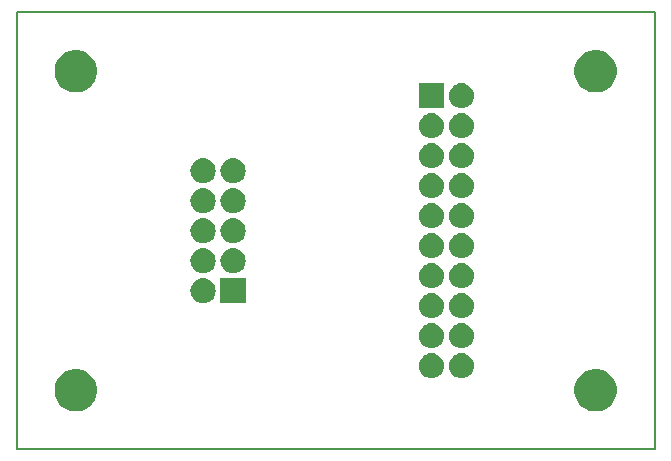
<source format=gbr>
G04 #@! TF.GenerationSoftware,KiCad,Pcbnew,5.0.1-33cea8e~68~ubuntu18.04.1*
G04 #@! TF.CreationDate,2018-10-27T22:05:29+03:00*
G04 #@! TF.ProjectId,BUS-BLASTER-AVR,4255532D424C41535445522D4156522E,v1.0*
G04 #@! TF.SameCoordinates,Original*
G04 #@! TF.FileFunction,Soldermask,Bot*
G04 #@! TF.FilePolarity,Negative*
%FSLAX46Y46*%
G04 Gerber Fmt 4.6, Leading zero omitted, Abs format (unit mm)*
G04 Created by KiCad (PCBNEW 5.0.1-33cea8e~68~ubuntu18.04.1) date la 27. lokakuuta 2018 22.05.29*
%MOMM*%
%LPD*%
G01*
G04 APERTURE LIST*
%ADD10C,0.150000*%
%ADD11C,0.100000*%
G04 APERTURE END LIST*
D10*
X48000000Y-50000000D02*
X102000000Y-50000000D01*
X102000000Y-87000000D02*
X102000000Y-50000000D01*
X48000000Y-87000000D02*
X102000000Y-87000000D01*
X48000000Y-50000000D02*
X48000000Y-87000000D01*
D11*
G36*
X97525041Y-80269173D02*
X97852620Y-80404861D01*
X98147433Y-80601849D01*
X98398151Y-80852567D01*
X98595139Y-81147380D01*
X98730827Y-81474959D01*
X98800000Y-81822716D01*
X98800000Y-82177284D01*
X98730827Y-82525041D01*
X98595139Y-82852620D01*
X98398151Y-83147433D01*
X98147433Y-83398151D01*
X97852620Y-83595139D01*
X97525041Y-83730827D01*
X97177284Y-83800000D01*
X96822716Y-83800000D01*
X96474959Y-83730827D01*
X96147380Y-83595139D01*
X95852567Y-83398151D01*
X95601849Y-83147433D01*
X95404861Y-82852620D01*
X95269173Y-82525041D01*
X95200000Y-82177284D01*
X95200000Y-81822716D01*
X95269173Y-81474959D01*
X95404861Y-81147380D01*
X95601849Y-80852567D01*
X95852567Y-80601849D01*
X96147380Y-80404861D01*
X96474959Y-80269173D01*
X96822716Y-80200000D01*
X97177284Y-80200000D01*
X97525041Y-80269173D01*
X97525041Y-80269173D01*
G37*
G36*
X53525041Y-80269173D02*
X53852620Y-80404861D01*
X54147433Y-80601849D01*
X54398151Y-80852567D01*
X54595139Y-81147380D01*
X54730827Y-81474959D01*
X54800000Y-81822716D01*
X54800000Y-82177284D01*
X54730827Y-82525041D01*
X54595139Y-82852620D01*
X54398151Y-83147433D01*
X54147433Y-83398151D01*
X53852620Y-83595139D01*
X53525041Y-83730827D01*
X53177284Y-83800000D01*
X52822716Y-83800000D01*
X52474959Y-83730827D01*
X52147380Y-83595139D01*
X51852567Y-83398151D01*
X51601849Y-83147433D01*
X51404861Y-82852620D01*
X51269173Y-82525041D01*
X51200000Y-82177284D01*
X51200000Y-81822716D01*
X51269173Y-81474959D01*
X51404861Y-81147380D01*
X51601849Y-80852567D01*
X51852567Y-80601849D01*
X52147380Y-80404861D01*
X52474959Y-80269173D01*
X52822716Y-80200000D01*
X53177284Y-80200000D01*
X53525041Y-80269173D01*
X53525041Y-80269173D01*
G37*
G36*
X83308500Y-78891789D02*
X83508990Y-78952606D01*
X83601377Y-79001989D01*
X83693763Y-79051370D01*
X83855718Y-79184282D01*
X83988629Y-79346236D01*
X84087394Y-79531010D01*
X84148211Y-79731500D01*
X84168747Y-79940000D01*
X84148211Y-80148500D01*
X84087394Y-80348990D01*
X84087393Y-80348991D01*
X83988630Y-80533763D01*
X83855718Y-80695718D01*
X83693763Y-80828630D01*
X83648980Y-80852567D01*
X83508990Y-80927394D01*
X83308500Y-80988211D01*
X83152255Y-81003600D01*
X83047745Y-81003600D01*
X82891500Y-80988211D01*
X82691010Y-80927394D01*
X82551020Y-80852567D01*
X82506237Y-80828630D01*
X82344282Y-80695718D01*
X82211370Y-80533763D01*
X82112607Y-80348991D01*
X82112606Y-80348990D01*
X82051789Y-80148500D01*
X82031253Y-79940000D01*
X82051789Y-79731500D01*
X82112606Y-79531010D01*
X82211371Y-79346236D01*
X82344282Y-79184282D01*
X82506237Y-79051370D01*
X82598623Y-79001989D01*
X82691010Y-78952606D01*
X82891500Y-78891789D01*
X83047745Y-78876400D01*
X83152255Y-78876400D01*
X83308500Y-78891789D01*
X83308500Y-78891789D01*
G37*
G36*
X85848500Y-78891789D02*
X86048990Y-78952606D01*
X86141377Y-79001989D01*
X86233763Y-79051370D01*
X86395718Y-79184282D01*
X86528629Y-79346236D01*
X86627394Y-79531010D01*
X86688211Y-79731500D01*
X86708747Y-79940000D01*
X86688211Y-80148500D01*
X86627394Y-80348990D01*
X86627393Y-80348991D01*
X86528630Y-80533763D01*
X86395718Y-80695718D01*
X86233763Y-80828630D01*
X86188980Y-80852567D01*
X86048990Y-80927394D01*
X85848500Y-80988211D01*
X85692255Y-81003600D01*
X85587745Y-81003600D01*
X85431500Y-80988211D01*
X85231010Y-80927394D01*
X85091020Y-80852567D01*
X85046237Y-80828630D01*
X84884282Y-80695718D01*
X84751370Y-80533763D01*
X84652607Y-80348991D01*
X84652606Y-80348990D01*
X84591789Y-80148500D01*
X84571253Y-79940000D01*
X84591789Y-79731500D01*
X84652606Y-79531010D01*
X84751371Y-79346236D01*
X84884282Y-79184282D01*
X85046237Y-79051370D01*
X85138623Y-79001989D01*
X85231010Y-78952606D01*
X85431500Y-78891789D01*
X85587745Y-78876400D01*
X85692255Y-78876400D01*
X85848500Y-78891789D01*
X85848500Y-78891789D01*
G37*
G36*
X85848500Y-76351789D02*
X86048990Y-76412606D01*
X86141377Y-76461989D01*
X86233763Y-76511370D01*
X86395718Y-76644282D01*
X86528629Y-76806236D01*
X86627394Y-76991010D01*
X86688211Y-77191500D01*
X86708747Y-77400000D01*
X86688211Y-77608500D01*
X86627394Y-77808990D01*
X86627393Y-77808991D01*
X86528630Y-77993763D01*
X86395718Y-78155718D01*
X86233763Y-78288630D01*
X86141377Y-78338012D01*
X86048990Y-78387394D01*
X85848500Y-78448211D01*
X85692255Y-78463600D01*
X85587745Y-78463600D01*
X85431500Y-78448211D01*
X85231010Y-78387394D01*
X85138623Y-78338012D01*
X85046237Y-78288630D01*
X84884282Y-78155718D01*
X84751370Y-77993763D01*
X84652607Y-77808991D01*
X84652606Y-77808990D01*
X84591789Y-77608500D01*
X84571253Y-77400000D01*
X84591789Y-77191500D01*
X84652606Y-76991010D01*
X84751371Y-76806236D01*
X84884282Y-76644282D01*
X85046237Y-76511370D01*
X85138623Y-76461989D01*
X85231010Y-76412606D01*
X85431500Y-76351789D01*
X85587745Y-76336400D01*
X85692255Y-76336400D01*
X85848500Y-76351789D01*
X85848500Y-76351789D01*
G37*
G36*
X83308500Y-76351789D02*
X83508990Y-76412606D01*
X83601377Y-76461989D01*
X83693763Y-76511370D01*
X83855718Y-76644282D01*
X83988629Y-76806236D01*
X84087394Y-76991010D01*
X84148211Y-77191500D01*
X84168747Y-77400000D01*
X84148211Y-77608500D01*
X84087394Y-77808990D01*
X84087393Y-77808991D01*
X83988630Y-77993763D01*
X83855718Y-78155718D01*
X83693763Y-78288630D01*
X83601377Y-78338012D01*
X83508990Y-78387394D01*
X83308500Y-78448211D01*
X83152255Y-78463600D01*
X83047745Y-78463600D01*
X82891500Y-78448211D01*
X82691010Y-78387394D01*
X82598623Y-78338012D01*
X82506237Y-78288630D01*
X82344282Y-78155718D01*
X82211370Y-77993763D01*
X82112607Y-77808991D01*
X82112606Y-77808990D01*
X82051789Y-77608500D01*
X82031253Y-77400000D01*
X82051789Y-77191500D01*
X82112606Y-76991010D01*
X82211371Y-76806236D01*
X82344282Y-76644282D01*
X82506237Y-76511370D01*
X82598623Y-76461989D01*
X82691010Y-76412606D01*
X82891500Y-76351789D01*
X83047745Y-76336400D01*
X83152255Y-76336400D01*
X83308500Y-76351789D01*
X83308500Y-76351789D01*
G37*
G36*
X85848500Y-73811789D02*
X86048990Y-73872606D01*
X86141377Y-73921988D01*
X86233763Y-73971370D01*
X86395718Y-74104282D01*
X86528629Y-74266236D01*
X86627394Y-74451010D01*
X86688211Y-74651500D01*
X86708747Y-74860000D01*
X86688211Y-75068500D01*
X86627394Y-75268990D01*
X86627393Y-75268991D01*
X86528630Y-75453763D01*
X86395718Y-75615718D01*
X86233763Y-75748630D01*
X86141377Y-75798011D01*
X86048990Y-75847394D01*
X85848500Y-75908211D01*
X85692255Y-75923600D01*
X85587745Y-75923600D01*
X85431500Y-75908211D01*
X85231010Y-75847394D01*
X85138623Y-75798011D01*
X85046237Y-75748630D01*
X84884282Y-75615718D01*
X84751370Y-75453763D01*
X84652607Y-75268991D01*
X84652606Y-75268990D01*
X84591789Y-75068500D01*
X84571253Y-74860000D01*
X84591789Y-74651500D01*
X84652606Y-74451010D01*
X84751371Y-74266236D01*
X84884282Y-74104282D01*
X85046237Y-73971370D01*
X85138623Y-73921988D01*
X85231010Y-73872606D01*
X85431500Y-73811789D01*
X85587745Y-73796400D01*
X85692255Y-73796400D01*
X85848500Y-73811789D01*
X85848500Y-73811789D01*
G37*
G36*
X83308500Y-73811789D02*
X83508990Y-73872606D01*
X83601377Y-73921988D01*
X83693763Y-73971370D01*
X83855718Y-74104282D01*
X83988629Y-74266236D01*
X84087394Y-74451010D01*
X84148211Y-74651500D01*
X84168747Y-74860000D01*
X84148211Y-75068500D01*
X84087394Y-75268990D01*
X84087393Y-75268991D01*
X83988630Y-75453763D01*
X83855718Y-75615718D01*
X83693763Y-75748630D01*
X83601377Y-75798011D01*
X83508990Y-75847394D01*
X83308500Y-75908211D01*
X83152255Y-75923600D01*
X83047745Y-75923600D01*
X82891500Y-75908211D01*
X82691010Y-75847394D01*
X82598623Y-75798011D01*
X82506237Y-75748630D01*
X82344282Y-75615718D01*
X82211370Y-75453763D01*
X82112607Y-75268991D01*
X82112606Y-75268990D01*
X82051789Y-75068500D01*
X82031253Y-74860000D01*
X82051789Y-74651500D01*
X82112606Y-74451010D01*
X82211371Y-74266236D01*
X82344282Y-74104282D01*
X82506237Y-73971370D01*
X82598623Y-73921988D01*
X82691010Y-73872606D01*
X82891500Y-73811789D01*
X83047745Y-73796400D01*
X83152255Y-73796400D01*
X83308500Y-73811789D01*
X83308500Y-73811789D01*
G37*
G36*
X63968500Y-72531789D02*
X64168990Y-72592606D01*
X64261377Y-72641989D01*
X64353763Y-72691370D01*
X64515718Y-72824282D01*
X64648629Y-72986236D01*
X64747394Y-73171010D01*
X64808211Y-73371500D01*
X64828747Y-73580000D01*
X64808211Y-73788500D01*
X64747394Y-73988990D01*
X64747393Y-73988991D01*
X64648630Y-74173763D01*
X64515718Y-74335718D01*
X64353763Y-74468630D01*
X64261377Y-74518012D01*
X64168990Y-74567394D01*
X63968500Y-74628211D01*
X63812255Y-74643600D01*
X63707745Y-74643600D01*
X63551500Y-74628211D01*
X63351010Y-74567394D01*
X63258623Y-74518012D01*
X63166237Y-74468630D01*
X63004282Y-74335718D01*
X62871370Y-74173763D01*
X62772607Y-73988991D01*
X62772606Y-73988990D01*
X62711789Y-73788500D01*
X62691253Y-73580000D01*
X62711789Y-73371500D01*
X62772606Y-73171010D01*
X62871371Y-72986236D01*
X63004282Y-72824282D01*
X63166237Y-72691370D01*
X63258623Y-72641989D01*
X63351010Y-72592606D01*
X63551500Y-72531789D01*
X63707745Y-72516400D01*
X63812255Y-72516400D01*
X63968500Y-72531789D01*
X63968500Y-72531789D01*
G37*
G36*
X67363600Y-74643600D02*
X65236400Y-74643600D01*
X65236400Y-72516400D01*
X67363600Y-72516400D01*
X67363600Y-74643600D01*
X67363600Y-74643600D01*
G37*
G36*
X85848500Y-71271789D02*
X86048990Y-71332606D01*
X86141377Y-71381988D01*
X86233763Y-71431370D01*
X86395718Y-71564282D01*
X86528629Y-71726236D01*
X86627394Y-71911010D01*
X86688211Y-72111500D01*
X86708747Y-72320000D01*
X86688211Y-72528500D01*
X86627394Y-72728990D01*
X86627393Y-72728991D01*
X86528630Y-72913763D01*
X86395718Y-73075718D01*
X86233763Y-73208630D01*
X86141377Y-73258011D01*
X86048990Y-73307394D01*
X85848500Y-73368211D01*
X85692255Y-73383600D01*
X85587745Y-73383600D01*
X85431500Y-73368211D01*
X85231010Y-73307394D01*
X85138623Y-73258011D01*
X85046237Y-73208630D01*
X84884282Y-73075718D01*
X84751370Y-72913763D01*
X84652607Y-72728991D01*
X84652606Y-72728990D01*
X84591789Y-72528500D01*
X84571253Y-72320000D01*
X84591789Y-72111500D01*
X84652606Y-71911010D01*
X84751371Y-71726236D01*
X84884282Y-71564282D01*
X85046237Y-71431370D01*
X85138623Y-71381988D01*
X85231010Y-71332606D01*
X85431500Y-71271789D01*
X85587745Y-71256400D01*
X85692255Y-71256400D01*
X85848500Y-71271789D01*
X85848500Y-71271789D01*
G37*
G36*
X83308500Y-71271789D02*
X83508990Y-71332606D01*
X83601377Y-71381988D01*
X83693763Y-71431370D01*
X83855718Y-71564282D01*
X83988629Y-71726236D01*
X84087394Y-71911010D01*
X84148211Y-72111500D01*
X84168747Y-72320000D01*
X84148211Y-72528500D01*
X84087394Y-72728990D01*
X84087393Y-72728991D01*
X83988630Y-72913763D01*
X83855718Y-73075718D01*
X83693763Y-73208630D01*
X83601377Y-73258011D01*
X83508990Y-73307394D01*
X83308500Y-73368211D01*
X83152255Y-73383600D01*
X83047745Y-73383600D01*
X82891500Y-73368211D01*
X82691010Y-73307394D01*
X82598623Y-73258011D01*
X82506237Y-73208630D01*
X82344282Y-73075718D01*
X82211370Y-72913763D01*
X82112607Y-72728991D01*
X82112606Y-72728990D01*
X82051789Y-72528500D01*
X82031253Y-72320000D01*
X82051789Y-72111500D01*
X82112606Y-71911010D01*
X82211371Y-71726236D01*
X82344282Y-71564282D01*
X82506237Y-71431370D01*
X82598623Y-71381988D01*
X82691010Y-71332606D01*
X82891500Y-71271789D01*
X83047745Y-71256400D01*
X83152255Y-71256400D01*
X83308500Y-71271789D01*
X83308500Y-71271789D01*
G37*
G36*
X66508500Y-69991789D02*
X66708990Y-70052606D01*
X66801377Y-70101989D01*
X66893763Y-70151370D01*
X67055718Y-70284282D01*
X67188629Y-70446236D01*
X67287394Y-70631010D01*
X67348211Y-70831500D01*
X67368747Y-71040000D01*
X67348211Y-71248500D01*
X67287394Y-71448990D01*
X67287393Y-71448991D01*
X67188630Y-71633763D01*
X67055718Y-71795718D01*
X66893763Y-71928630D01*
X66801377Y-71978012D01*
X66708990Y-72027394D01*
X66508500Y-72088211D01*
X66352255Y-72103600D01*
X66247745Y-72103600D01*
X66091500Y-72088211D01*
X65891010Y-72027394D01*
X65798623Y-71978012D01*
X65706237Y-71928630D01*
X65544282Y-71795718D01*
X65411370Y-71633763D01*
X65312607Y-71448991D01*
X65312606Y-71448990D01*
X65251789Y-71248500D01*
X65231253Y-71040000D01*
X65251789Y-70831500D01*
X65312606Y-70631010D01*
X65411371Y-70446236D01*
X65544282Y-70284282D01*
X65706237Y-70151370D01*
X65798623Y-70101989D01*
X65891010Y-70052606D01*
X66091500Y-69991789D01*
X66247745Y-69976400D01*
X66352255Y-69976400D01*
X66508500Y-69991789D01*
X66508500Y-69991789D01*
G37*
G36*
X63968500Y-69991789D02*
X64168990Y-70052606D01*
X64261377Y-70101989D01*
X64353763Y-70151370D01*
X64515718Y-70284282D01*
X64648629Y-70446236D01*
X64747394Y-70631010D01*
X64808211Y-70831500D01*
X64828747Y-71040000D01*
X64808211Y-71248500D01*
X64747394Y-71448990D01*
X64747393Y-71448991D01*
X64648630Y-71633763D01*
X64515718Y-71795718D01*
X64353763Y-71928630D01*
X64261377Y-71978012D01*
X64168990Y-72027394D01*
X63968500Y-72088211D01*
X63812255Y-72103600D01*
X63707745Y-72103600D01*
X63551500Y-72088211D01*
X63351010Y-72027394D01*
X63258623Y-71978012D01*
X63166237Y-71928630D01*
X63004282Y-71795718D01*
X62871370Y-71633763D01*
X62772607Y-71448991D01*
X62772606Y-71448990D01*
X62711789Y-71248500D01*
X62691253Y-71040000D01*
X62711789Y-70831500D01*
X62772606Y-70631010D01*
X62871371Y-70446236D01*
X63004282Y-70284282D01*
X63166237Y-70151370D01*
X63258623Y-70101989D01*
X63351010Y-70052606D01*
X63551500Y-69991789D01*
X63707745Y-69976400D01*
X63812255Y-69976400D01*
X63968500Y-69991789D01*
X63968500Y-69991789D01*
G37*
G36*
X85848500Y-68731789D02*
X86048990Y-68792606D01*
X86141377Y-68841989D01*
X86233763Y-68891370D01*
X86395718Y-69024282D01*
X86528629Y-69186236D01*
X86627394Y-69371010D01*
X86688211Y-69571500D01*
X86708747Y-69780000D01*
X86688211Y-69988500D01*
X86627394Y-70188990D01*
X86627393Y-70188991D01*
X86528630Y-70373763D01*
X86395718Y-70535718D01*
X86233763Y-70668630D01*
X86141377Y-70718011D01*
X86048990Y-70767394D01*
X85848500Y-70828211D01*
X85692255Y-70843600D01*
X85587745Y-70843600D01*
X85431500Y-70828211D01*
X85231010Y-70767394D01*
X85138623Y-70718012D01*
X85046237Y-70668630D01*
X84884282Y-70535718D01*
X84751370Y-70373763D01*
X84652607Y-70188991D01*
X84652606Y-70188990D01*
X84591789Y-69988500D01*
X84571253Y-69780000D01*
X84591789Y-69571500D01*
X84652606Y-69371010D01*
X84751371Y-69186236D01*
X84884282Y-69024282D01*
X85046237Y-68891370D01*
X85138623Y-68841988D01*
X85231010Y-68792606D01*
X85431500Y-68731789D01*
X85587745Y-68716400D01*
X85692255Y-68716400D01*
X85848500Y-68731789D01*
X85848500Y-68731789D01*
G37*
G36*
X83308500Y-68731789D02*
X83508990Y-68792606D01*
X83601377Y-68841989D01*
X83693763Y-68891370D01*
X83855718Y-69024282D01*
X83988629Y-69186236D01*
X84087394Y-69371010D01*
X84148211Y-69571500D01*
X84168747Y-69780000D01*
X84148211Y-69988500D01*
X84087394Y-70188990D01*
X84087393Y-70188991D01*
X83988630Y-70373763D01*
X83855718Y-70535718D01*
X83693763Y-70668630D01*
X83601377Y-70718011D01*
X83508990Y-70767394D01*
X83308500Y-70828211D01*
X83152255Y-70843600D01*
X83047745Y-70843600D01*
X82891500Y-70828211D01*
X82691010Y-70767394D01*
X82598623Y-70718012D01*
X82506237Y-70668630D01*
X82344282Y-70535718D01*
X82211370Y-70373763D01*
X82112607Y-70188991D01*
X82112606Y-70188990D01*
X82051789Y-69988500D01*
X82031253Y-69780000D01*
X82051789Y-69571500D01*
X82112606Y-69371010D01*
X82211371Y-69186236D01*
X82344282Y-69024282D01*
X82506237Y-68891370D01*
X82598623Y-68841988D01*
X82691010Y-68792606D01*
X82891500Y-68731789D01*
X83047745Y-68716400D01*
X83152255Y-68716400D01*
X83308500Y-68731789D01*
X83308500Y-68731789D01*
G37*
G36*
X63968500Y-67451789D02*
X64168990Y-67512606D01*
X64261377Y-67561988D01*
X64353763Y-67611370D01*
X64515718Y-67744282D01*
X64648629Y-67906236D01*
X64747394Y-68091010D01*
X64808211Y-68291500D01*
X64828747Y-68500000D01*
X64808211Y-68708500D01*
X64747394Y-68908990D01*
X64747393Y-68908991D01*
X64648630Y-69093763D01*
X64515718Y-69255718D01*
X64353763Y-69388630D01*
X64261377Y-69438011D01*
X64168990Y-69487394D01*
X63968500Y-69548211D01*
X63812255Y-69563600D01*
X63707745Y-69563600D01*
X63551500Y-69548211D01*
X63351010Y-69487394D01*
X63258623Y-69438011D01*
X63166237Y-69388630D01*
X63004282Y-69255718D01*
X62871370Y-69093763D01*
X62772607Y-68908991D01*
X62772606Y-68908990D01*
X62711789Y-68708500D01*
X62691253Y-68500000D01*
X62711789Y-68291500D01*
X62772606Y-68091010D01*
X62871371Y-67906236D01*
X63004282Y-67744282D01*
X63166237Y-67611370D01*
X63258623Y-67561988D01*
X63351010Y-67512606D01*
X63551500Y-67451789D01*
X63707745Y-67436400D01*
X63812255Y-67436400D01*
X63968500Y-67451789D01*
X63968500Y-67451789D01*
G37*
G36*
X66508500Y-67451789D02*
X66708990Y-67512606D01*
X66801377Y-67561988D01*
X66893763Y-67611370D01*
X67055718Y-67744282D01*
X67188629Y-67906236D01*
X67287394Y-68091010D01*
X67348211Y-68291500D01*
X67368747Y-68500000D01*
X67348211Y-68708500D01*
X67287394Y-68908990D01*
X67287393Y-68908991D01*
X67188630Y-69093763D01*
X67055718Y-69255718D01*
X66893763Y-69388630D01*
X66801377Y-69438011D01*
X66708990Y-69487394D01*
X66508500Y-69548211D01*
X66352255Y-69563600D01*
X66247745Y-69563600D01*
X66091500Y-69548211D01*
X65891010Y-69487394D01*
X65798623Y-69438011D01*
X65706237Y-69388630D01*
X65544282Y-69255718D01*
X65411370Y-69093763D01*
X65312607Y-68908991D01*
X65312606Y-68908990D01*
X65251789Y-68708500D01*
X65231253Y-68500000D01*
X65251789Y-68291500D01*
X65312606Y-68091010D01*
X65411371Y-67906236D01*
X65544282Y-67744282D01*
X65706237Y-67611370D01*
X65798623Y-67561988D01*
X65891010Y-67512606D01*
X66091500Y-67451789D01*
X66247745Y-67436400D01*
X66352255Y-67436400D01*
X66508500Y-67451789D01*
X66508500Y-67451789D01*
G37*
G36*
X83308500Y-66191789D02*
X83508990Y-66252606D01*
X83601377Y-66301989D01*
X83693763Y-66351370D01*
X83855718Y-66484282D01*
X83988629Y-66646236D01*
X84087394Y-66831010D01*
X84148211Y-67031500D01*
X84168747Y-67240000D01*
X84148211Y-67448500D01*
X84087394Y-67648990D01*
X84087393Y-67648991D01*
X83988630Y-67833763D01*
X83855718Y-67995718D01*
X83693763Y-68128630D01*
X83601377Y-68178012D01*
X83508990Y-68227394D01*
X83308500Y-68288211D01*
X83152255Y-68303600D01*
X83047745Y-68303600D01*
X82891500Y-68288211D01*
X82691010Y-68227394D01*
X82598623Y-68178011D01*
X82506237Y-68128630D01*
X82344282Y-67995718D01*
X82211370Y-67833763D01*
X82112607Y-67648991D01*
X82112606Y-67648990D01*
X82051789Y-67448500D01*
X82031253Y-67240000D01*
X82051789Y-67031500D01*
X82112606Y-66831010D01*
X82211371Y-66646236D01*
X82344282Y-66484282D01*
X82506237Y-66351370D01*
X82598623Y-66301989D01*
X82691010Y-66252606D01*
X82891500Y-66191789D01*
X83047745Y-66176400D01*
X83152255Y-66176400D01*
X83308500Y-66191789D01*
X83308500Y-66191789D01*
G37*
G36*
X85848500Y-66191789D02*
X86048990Y-66252606D01*
X86141377Y-66301989D01*
X86233763Y-66351370D01*
X86395718Y-66484282D01*
X86528629Y-66646236D01*
X86627394Y-66831010D01*
X86688211Y-67031500D01*
X86708747Y-67240000D01*
X86688211Y-67448500D01*
X86627394Y-67648990D01*
X86627393Y-67648991D01*
X86528630Y-67833763D01*
X86395718Y-67995718D01*
X86233763Y-68128630D01*
X86141377Y-68178012D01*
X86048990Y-68227394D01*
X85848500Y-68288211D01*
X85692255Y-68303600D01*
X85587745Y-68303600D01*
X85431500Y-68288211D01*
X85231010Y-68227394D01*
X85138623Y-68178011D01*
X85046237Y-68128630D01*
X84884282Y-67995718D01*
X84751370Y-67833763D01*
X84652607Y-67648991D01*
X84652606Y-67648990D01*
X84591789Y-67448500D01*
X84571253Y-67240000D01*
X84591789Y-67031500D01*
X84652606Y-66831010D01*
X84751371Y-66646236D01*
X84884282Y-66484282D01*
X85046237Y-66351370D01*
X85138623Y-66301989D01*
X85231010Y-66252606D01*
X85431500Y-66191789D01*
X85587745Y-66176400D01*
X85692255Y-66176400D01*
X85848500Y-66191789D01*
X85848500Y-66191789D01*
G37*
G36*
X63968500Y-64911789D02*
X64168990Y-64972606D01*
X64261377Y-65021989D01*
X64353763Y-65071370D01*
X64515718Y-65204282D01*
X64648629Y-65366236D01*
X64747394Y-65551010D01*
X64808211Y-65751500D01*
X64828747Y-65960000D01*
X64808211Y-66168500D01*
X64747394Y-66368990D01*
X64747393Y-66368991D01*
X64648630Y-66553763D01*
X64515718Y-66715718D01*
X64353763Y-66848630D01*
X64261377Y-66898012D01*
X64168990Y-66947394D01*
X63968500Y-67008211D01*
X63812255Y-67023600D01*
X63707745Y-67023600D01*
X63551500Y-67008211D01*
X63351010Y-66947394D01*
X63258623Y-66898012D01*
X63166237Y-66848630D01*
X63004282Y-66715718D01*
X62871370Y-66553763D01*
X62772607Y-66368991D01*
X62772606Y-66368990D01*
X62711789Y-66168500D01*
X62691253Y-65960000D01*
X62711789Y-65751500D01*
X62772606Y-65551010D01*
X62871371Y-65366236D01*
X63004282Y-65204282D01*
X63166237Y-65071370D01*
X63258623Y-65021989D01*
X63351010Y-64972606D01*
X63551500Y-64911789D01*
X63707745Y-64896400D01*
X63812255Y-64896400D01*
X63968500Y-64911789D01*
X63968500Y-64911789D01*
G37*
G36*
X66508500Y-64911789D02*
X66708990Y-64972606D01*
X66801377Y-65021989D01*
X66893763Y-65071370D01*
X67055718Y-65204282D01*
X67188629Y-65366236D01*
X67287394Y-65551010D01*
X67348211Y-65751500D01*
X67368747Y-65960000D01*
X67348211Y-66168500D01*
X67287394Y-66368990D01*
X67287393Y-66368991D01*
X67188630Y-66553763D01*
X67055718Y-66715718D01*
X66893763Y-66848630D01*
X66801377Y-66898012D01*
X66708990Y-66947394D01*
X66508500Y-67008211D01*
X66352255Y-67023600D01*
X66247745Y-67023600D01*
X66091500Y-67008211D01*
X65891010Y-66947394D01*
X65798623Y-66898012D01*
X65706237Y-66848630D01*
X65544282Y-66715718D01*
X65411370Y-66553763D01*
X65312607Y-66368991D01*
X65312606Y-66368990D01*
X65251789Y-66168500D01*
X65231253Y-65960000D01*
X65251789Y-65751500D01*
X65312606Y-65551010D01*
X65411371Y-65366236D01*
X65544282Y-65204282D01*
X65706237Y-65071370D01*
X65798623Y-65021989D01*
X65891010Y-64972606D01*
X66091500Y-64911789D01*
X66247745Y-64896400D01*
X66352255Y-64896400D01*
X66508500Y-64911789D01*
X66508500Y-64911789D01*
G37*
G36*
X85848500Y-63651789D02*
X86048990Y-63712606D01*
X86141377Y-63761988D01*
X86233763Y-63811370D01*
X86395718Y-63944282D01*
X86528629Y-64106236D01*
X86627394Y-64291010D01*
X86688211Y-64491500D01*
X86708747Y-64700000D01*
X86688211Y-64908500D01*
X86627394Y-65108990D01*
X86627393Y-65108991D01*
X86528630Y-65293763D01*
X86395718Y-65455718D01*
X86233763Y-65588630D01*
X86141377Y-65638012D01*
X86048990Y-65687394D01*
X85848500Y-65748211D01*
X85692255Y-65763600D01*
X85587745Y-65763600D01*
X85431500Y-65748211D01*
X85231010Y-65687394D01*
X85138623Y-65638011D01*
X85046237Y-65588630D01*
X84884282Y-65455718D01*
X84751370Y-65293763D01*
X84652607Y-65108991D01*
X84652606Y-65108990D01*
X84591789Y-64908500D01*
X84571253Y-64700000D01*
X84591789Y-64491500D01*
X84652606Y-64291010D01*
X84751371Y-64106236D01*
X84884282Y-63944282D01*
X85046237Y-63811370D01*
X85138623Y-63761989D01*
X85231010Y-63712606D01*
X85431500Y-63651789D01*
X85587745Y-63636400D01*
X85692255Y-63636400D01*
X85848500Y-63651789D01*
X85848500Y-63651789D01*
G37*
G36*
X83308500Y-63651789D02*
X83508990Y-63712606D01*
X83601377Y-63761988D01*
X83693763Y-63811370D01*
X83855718Y-63944282D01*
X83988629Y-64106236D01*
X84087394Y-64291010D01*
X84148211Y-64491500D01*
X84168747Y-64700000D01*
X84148211Y-64908500D01*
X84087394Y-65108990D01*
X84087393Y-65108991D01*
X83988630Y-65293763D01*
X83855718Y-65455718D01*
X83693763Y-65588630D01*
X83601377Y-65638012D01*
X83508990Y-65687394D01*
X83308500Y-65748211D01*
X83152255Y-65763600D01*
X83047745Y-65763600D01*
X82891500Y-65748211D01*
X82691010Y-65687394D01*
X82598623Y-65638011D01*
X82506237Y-65588630D01*
X82344282Y-65455718D01*
X82211370Y-65293763D01*
X82112607Y-65108991D01*
X82112606Y-65108990D01*
X82051789Y-64908500D01*
X82031253Y-64700000D01*
X82051789Y-64491500D01*
X82112606Y-64291010D01*
X82211371Y-64106236D01*
X82344282Y-63944282D01*
X82506237Y-63811370D01*
X82598623Y-63761989D01*
X82691010Y-63712606D01*
X82891500Y-63651789D01*
X83047745Y-63636400D01*
X83152255Y-63636400D01*
X83308500Y-63651789D01*
X83308500Y-63651789D01*
G37*
G36*
X63968500Y-62371789D02*
X64168990Y-62432606D01*
X64261377Y-62481988D01*
X64353763Y-62531370D01*
X64515718Y-62664282D01*
X64648629Y-62826236D01*
X64747394Y-63011010D01*
X64808211Y-63211500D01*
X64828747Y-63420000D01*
X64808211Y-63628500D01*
X64747394Y-63828990D01*
X64747393Y-63828991D01*
X64648630Y-64013763D01*
X64515718Y-64175718D01*
X64353763Y-64308630D01*
X64261377Y-64358012D01*
X64168990Y-64407394D01*
X63968500Y-64468211D01*
X63812255Y-64483600D01*
X63707745Y-64483600D01*
X63551500Y-64468211D01*
X63351010Y-64407394D01*
X63258623Y-64358011D01*
X63166237Y-64308630D01*
X63004282Y-64175718D01*
X62871370Y-64013763D01*
X62772607Y-63828991D01*
X62772606Y-63828990D01*
X62711789Y-63628500D01*
X62691253Y-63420000D01*
X62711789Y-63211500D01*
X62772606Y-63011010D01*
X62871371Y-62826236D01*
X63004282Y-62664282D01*
X63166237Y-62531370D01*
X63258623Y-62481989D01*
X63351010Y-62432606D01*
X63551500Y-62371789D01*
X63707745Y-62356400D01*
X63812255Y-62356400D01*
X63968500Y-62371789D01*
X63968500Y-62371789D01*
G37*
G36*
X66508500Y-62371789D02*
X66708990Y-62432606D01*
X66801377Y-62481988D01*
X66893763Y-62531370D01*
X67055718Y-62664282D01*
X67188629Y-62826236D01*
X67287394Y-63011010D01*
X67348211Y-63211500D01*
X67368747Y-63420000D01*
X67348211Y-63628500D01*
X67287394Y-63828990D01*
X67287393Y-63828991D01*
X67188630Y-64013763D01*
X67055718Y-64175718D01*
X66893763Y-64308630D01*
X66801377Y-64358012D01*
X66708990Y-64407394D01*
X66508500Y-64468211D01*
X66352255Y-64483600D01*
X66247745Y-64483600D01*
X66091500Y-64468211D01*
X65891010Y-64407394D01*
X65798623Y-64358011D01*
X65706237Y-64308630D01*
X65544282Y-64175718D01*
X65411370Y-64013763D01*
X65312607Y-63828991D01*
X65312606Y-63828990D01*
X65251789Y-63628500D01*
X65231253Y-63420000D01*
X65251789Y-63211500D01*
X65312606Y-63011010D01*
X65411371Y-62826236D01*
X65544282Y-62664282D01*
X65706237Y-62531370D01*
X65798623Y-62481989D01*
X65891010Y-62432606D01*
X66091500Y-62371789D01*
X66247745Y-62356400D01*
X66352255Y-62356400D01*
X66508500Y-62371789D01*
X66508500Y-62371789D01*
G37*
G36*
X83308500Y-61111789D02*
X83508990Y-61172606D01*
X83601377Y-61221989D01*
X83693763Y-61271370D01*
X83855718Y-61404282D01*
X83988629Y-61566236D01*
X84087394Y-61751010D01*
X84148211Y-61951500D01*
X84168747Y-62160000D01*
X84148211Y-62368500D01*
X84087394Y-62568990D01*
X84087393Y-62568991D01*
X83988630Y-62753763D01*
X83855718Y-62915718D01*
X83693763Y-63048630D01*
X83601377Y-63098011D01*
X83508990Y-63147394D01*
X83308500Y-63208211D01*
X83152255Y-63223600D01*
X83047745Y-63223600D01*
X82891500Y-63208211D01*
X82691010Y-63147394D01*
X82598623Y-63098012D01*
X82506237Y-63048630D01*
X82344282Y-62915718D01*
X82211370Y-62753763D01*
X82112607Y-62568991D01*
X82112606Y-62568990D01*
X82051789Y-62368500D01*
X82031253Y-62160000D01*
X82051789Y-61951500D01*
X82112606Y-61751010D01*
X82211371Y-61566236D01*
X82344282Y-61404282D01*
X82506237Y-61271370D01*
X82598623Y-61221988D01*
X82691010Y-61172606D01*
X82891500Y-61111789D01*
X83047745Y-61096400D01*
X83152255Y-61096400D01*
X83308500Y-61111789D01*
X83308500Y-61111789D01*
G37*
G36*
X85848500Y-61111789D02*
X86048990Y-61172606D01*
X86141377Y-61221989D01*
X86233763Y-61271370D01*
X86395718Y-61404282D01*
X86528629Y-61566236D01*
X86627394Y-61751010D01*
X86688211Y-61951500D01*
X86708747Y-62160000D01*
X86688211Y-62368500D01*
X86627394Y-62568990D01*
X86627393Y-62568991D01*
X86528630Y-62753763D01*
X86395718Y-62915718D01*
X86233763Y-63048630D01*
X86141377Y-63098011D01*
X86048990Y-63147394D01*
X85848500Y-63208211D01*
X85692255Y-63223600D01*
X85587745Y-63223600D01*
X85431500Y-63208211D01*
X85231010Y-63147394D01*
X85138623Y-63098012D01*
X85046237Y-63048630D01*
X84884282Y-62915718D01*
X84751370Y-62753763D01*
X84652607Y-62568991D01*
X84652606Y-62568990D01*
X84591789Y-62368500D01*
X84571253Y-62160000D01*
X84591789Y-61951500D01*
X84652606Y-61751010D01*
X84751371Y-61566236D01*
X84884282Y-61404282D01*
X85046237Y-61271370D01*
X85138623Y-61221988D01*
X85231010Y-61172606D01*
X85431500Y-61111789D01*
X85587745Y-61096400D01*
X85692255Y-61096400D01*
X85848500Y-61111789D01*
X85848500Y-61111789D01*
G37*
G36*
X83308500Y-58571789D02*
X83508990Y-58632606D01*
X83601377Y-58681988D01*
X83693763Y-58731370D01*
X83855718Y-58864282D01*
X83988629Y-59026236D01*
X84087394Y-59211010D01*
X84148211Y-59411500D01*
X84168747Y-59620000D01*
X84148211Y-59828500D01*
X84087394Y-60028990D01*
X84087393Y-60028991D01*
X83988630Y-60213763D01*
X83855718Y-60375718D01*
X83693763Y-60508630D01*
X83601377Y-60558012D01*
X83508990Y-60607394D01*
X83308500Y-60668211D01*
X83152255Y-60683600D01*
X83047745Y-60683600D01*
X82891500Y-60668211D01*
X82691010Y-60607394D01*
X82598623Y-60558012D01*
X82506237Y-60508630D01*
X82344282Y-60375718D01*
X82211370Y-60213763D01*
X82112607Y-60028991D01*
X82112606Y-60028990D01*
X82051789Y-59828500D01*
X82031253Y-59620000D01*
X82051789Y-59411500D01*
X82112606Y-59211010D01*
X82211371Y-59026236D01*
X82344282Y-58864282D01*
X82506237Y-58731370D01*
X82598623Y-58681989D01*
X82691010Y-58632606D01*
X82891500Y-58571789D01*
X83047745Y-58556400D01*
X83152255Y-58556400D01*
X83308500Y-58571789D01*
X83308500Y-58571789D01*
G37*
G36*
X85848500Y-58571789D02*
X86048990Y-58632606D01*
X86141377Y-58681988D01*
X86233763Y-58731370D01*
X86395718Y-58864282D01*
X86528629Y-59026236D01*
X86627394Y-59211010D01*
X86688211Y-59411500D01*
X86708747Y-59620000D01*
X86688211Y-59828500D01*
X86627394Y-60028990D01*
X86627393Y-60028991D01*
X86528630Y-60213763D01*
X86395718Y-60375718D01*
X86233763Y-60508630D01*
X86141377Y-60558012D01*
X86048990Y-60607394D01*
X85848500Y-60668211D01*
X85692255Y-60683600D01*
X85587745Y-60683600D01*
X85431500Y-60668211D01*
X85231010Y-60607394D01*
X85138623Y-60558012D01*
X85046237Y-60508630D01*
X84884282Y-60375718D01*
X84751370Y-60213763D01*
X84652607Y-60028991D01*
X84652606Y-60028990D01*
X84591789Y-59828500D01*
X84571253Y-59620000D01*
X84591789Y-59411500D01*
X84652606Y-59211010D01*
X84751371Y-59026236D01*
X84884282Y-58864282D01*
X85046237Y-58731370D01*
X85138623Y-58681989D01*
X85231010Y-58632606D01*
X85431500Y-58571789D01*
X85587745Y-58556400D01*
X85692255Y-58556400D01*
X85848500Y-58571789D01*
X85848500Y-58571789D01*
G37*
G36*
X85848500Y-56031789D02*
X86048990Y-56092606D01*
X86141377Y-56141989D01*
X86233763Y-56191370D01*
X86395718Y-56324282D01*
X86528629Y-56486236D01*
X86627394Y-56671010D01*
X86688211Y-56871500D01*
X86708747Y-57080000D01*
X86688211Y-57288500D01*
X86627394Y-57488990D01*
X86627393Y-57488991D01*
X86528630Y-57673763D01*
X86395718Y-57835718D01*
X86233763Y-57968630D01*
X86141377Y-58018011D01*
X86048990Y-58067394D01*
X85848500Y-58128211D01*
X85692255Y-58143600D01*
X85587745Y-58143600D01*
X85431500Y-58128211D01*
X85231010Y-58067394D01*
X85138623Y-58018011D01*
X85046237Y-57968630D01*
X84884282Y-57835718D01*
X84751370Y-57673763D01*
X84652607Y-57488991D01*
X84652606Y-57488990D01*
X84591789Y-57288500D01*
X84571253Y-57080000D01*
X84591789Y-56871500D01*
X84652606Y-56671010D01*
X84751371Y-56486236D01*
X84884282Y-56324282D01*
X85046237Y-56191370D01*
X85138623Y-56141988D01*
X85231010Y-56092606D01*
X85431500Y-56031789D01*
X85587745Y-56016400D01*
X85692255Y-56016400D01*
X85848500Y-56031789D01*
X85848500Y-56031789D01*
G37*
G36*
X84163600Y-58143600D02*
X82036400Y-58143600D01*
X82036400Y-56016400D01*
X84163600Y-56016400D01*
X84163600Y-58143600D01*
X84163600Y-58143600D01*
G37*
G36*
X97525041Y-53269173D02*
X97852620Y-53404861D01*
X98147433Y-53601849D01*
X98398151Y-53852567D01*
X98595139Y-54147380D01*
X98730827Y-54474959D01*
X98800000Y-54822716D01*
X98800000Y-55177284D01*
X98730827Y-55525041D01*
X98595139Y-55852620D01*
X98398151Y-56147433D01*
X98147433Y-56398151D01*
X97852620Y-56595139D01*
X97525041Y-56730827D01*
X97177284Y-56800000D01*
X96822716Y-56800000D01*
X96474959Y-56730827D01*
X96147380Y-56595139D01*
X95852567Y-56398151D01*
X95601849Y-56147433D01*
X95404861Y-55852620D01*
X95269173Y-55525041D01*
X95200000Y-55177284D01*
X95200000Y-54822716D01*
X95269173Y-54474959D01*
X95404861Y-54147380D01*
X95601849Y-53852567D01*
X95852567Y-53601849D01*
X96147380Y-53404861D01*
X96474959Y-53269173D01*
X96822716Y-53200000D01*
X97177284Y-53200000D01*
X97525041Y-53269173D01*
X97525041Y-53269173D01*
G37*
G36*
X53525041Y-53269173D02*
X53852620Y-53404861D01*
X54147433Y-53601849D01*
X54398151Y-53852567D01*
X54595139Y-54147380D01*
X54730827Y-54474959D01*
X54800000Y-54822716D01*
X54800000Y-55177284D01*
X54730827Y-55525041D01*
X54595139Y-55852620D01*
X54398151Y-56147433D01*
X54147433Y-56398151D01*
X53852620Y-56595139D01*
X53525041Y-56730827D01*
X53177284Y-56800000D01*
X52822716Y-56800000D01*
X52474959Y-56730827D01*
X52147380Y-56595139D01*
X51852567Y-56398151D01*
X51601849Y-56147433D01*
X51404861Y-55852620D01*
X51269173Y-55525041D01*
X51200000Y-55177284D01*
X51200000Y-54822716D01*
X51269173Y-54474959D01*
X51404861Y-54147380D01*
X51601849Y-53852567D01*
X51852567Y-53601849D01*
X52147380Y-53404861D01*
X52474959Y-53269173D01*
X52822716Y-53200000D01*
X53177284Y-53200000D01*
X53525041Y-53269173D01*
X53525041Y-53269173D01*
G37*
M02*

</source>
